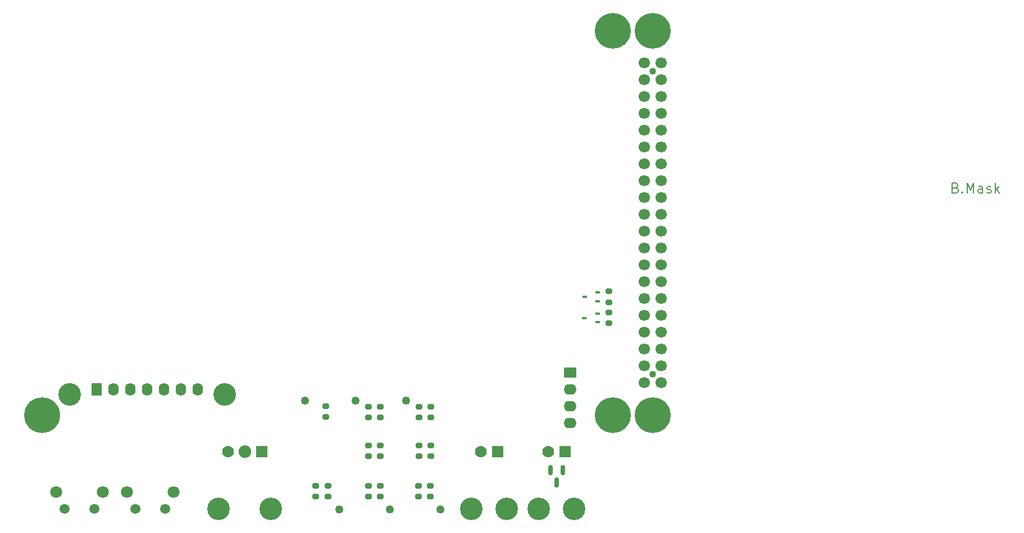
<source format=gbr>
%TF.GenerationSoftware,KiCad,Pcbnew,7.0.9-7.0.9~ubuntu22.04.1*%
%TF.CreationDate,2023-12-22T21:08:25-08:00*%
%TF.ProjectId,NX-IndicatorBoard,4e582d49-6e64-4696-9361-746f72426f61,1*%
%TF.SameCoordinates,Original*%
%TF.FileFunction,Soldermask,Bot*%
%TF.FilePolarity,Negative*%
%FSLAX46Y46*%
G04 Gerber Fmt 4.6, Leading zero omitted, Abs format (unit mm)*
G04 Created by KiCad (PCBNEW 7.0.9-7.0.9~ubuntu22.04.1) date 2023-12-22 21:08:25*
%MOMM*%
%LPD*%
G01*
G04 APERTURE LIST*
G04 Aperture macros list*
%AMRoundRect*
0 Rectangle with rounded corners*
0 $1 Rounding radius*
0 $2 $3 $4 $5 $6 $7 $8 $9 X,Y pos of 4 corners*
0 Add a 4 corners polygon primitive as box body*
4,1,4,$2,$3,$4,$5,$6,$7,$8,$9,$2,$3,0*
0 Add four circle primitives for the rounded corners*
1,1,$1+$1,$2,$3*
1,1,$1+$1,$4,$5*
1,1,$1+$1,$6,$7*
1,1,$1+$1,$8,$9*
0 Add four rect primitives between the rounded corners*
20,1,$1+$1,$2,$3,$4,$5,0*
20,1,$1+$1,$4,$5,$6,$7,0*
20,1,$1+$1,$6,$7,$8,$9,0*
20,1,$1+$1,$8,$9,$2,$3,0*%
G04 Aperture macros list end*
%ADD10C,0.187500*%
%ADD11C,1.250000*%
%ADD12C,3.400000*%
%ADD13R,1.778000X1.778000*%
%ADD14C,1.905000*%
%ADD15C,1.778000*%
%ADD16C,1.020000*%
%ADD17C,1.700000*%
%ADD18C,1.498600*%
%ADD19C,1.803400*%
%ADD20C,5.400000*%
%ADD21C,3.403600*%
%ADD22R,1.600200X1.905000*%
%ADD23O,1.600200X1.905000*%
%ADD24R,1.905000X1.600200*%
%ADD25O,1.905000X1.600200*%
%ADD26RoundRect,0.200000X-0.275000X0.200000X-0.275000X-0.200000X0.275000X-0.200000X0.275000X0.200000X0*%
%ADD27RoundRect,0.200000X0.275000X-0.200000X0.275000X0.200000X-0.275000X0.200000X-0.275000X-0.200000X0*%
%ADD28R,0.700000X0.450000*%
%ADD29RoundRect,0.150000X-0.150000X0.587500X-0.150000X-0.587500X0.150000X-0.587500X0.150000X0.587500X0*%
G04 APERTURE END LIST*
D10*
X203672497Y-74712964D02*
X203886783Y-74784392D01*
X203886783Y-74784392D02*
X203958212Y-74855821D01*
X203958212Y-74855821D02*
X204029640Y-74998678D01*
X204029640Y-74998678D02*
X204029640Y-75212964D01*
X204029640Y-75212964D02*
X203958212Y-75355821D01*
X203958212Y-75355821D02*
X203886783Y-75427250D01*
X203886783Y-75427250D02*
X203743926Y-75498678D01*
X203743926Y-75498678D02*
X203172497Y-75498678D01*
X203172497Y-75498678D02*
X203172497Y-73998678D01*
X203172497Y-73998678D02*
X203672497Y-73998678D01*
X203672497Y-73998678D02*
X203815355Y-74070107D01*
X203815355Y-74070107D02*
X203886783Y-74141535D01*
X203886783Y-74141535D02*
X203958212Y-74284392D01*
X203958212Y-74284392D02*
X203958212Y-74427250D01*
X203958212Y-74427250D02*
X203886783Y-74570107D01*
X203886783Y-74570107D02*
X203815355Y-74641535D01*
X203815355Y-74641535D02*
X203672497Y-74712964D01*
X203672497Y-74712964D02*
X203172497Y-74712964D01*
X204672497Y-75355821D02*
X204743926Y-75427250D01*
X204743926Y-75427250D02*
X204672497Y-75498678D01*
X204672497Y-75498678D02*
X204601069Y-75427250D01*
X204601069Y-75427250D02*
X204672497Y-75355821D01*
X204672497Y-75355821D02*
X204672497Y-75498678D01*
X205386783Y-75498678D02*
X205386783Y-73998678D01*
X205386783Y-73998678D02*
X205886783Y-75070107D01*
X205886783Y-75070107D02*
X206386783Y-73998678D01*
X206386783Y-73998678D02*
X206386783Y-75498678D01*
X207743927Y-75498678D02*
X207743927Y-74712964D01*
X207743927Y-74712964D02*
X207672498Y-74570107D01*
X207672498Y-74570107D02*
X207529641Y-74498678D01*
X207529641Y-74498678D02*
X207243927Y-74498678D01*
X207243927Y-74498678D02*
X207101069Y-74570107D01*
X207743927Y-75427250D02*
X207601069Y-75498678D01*
X207601069Y-75498678D02*
X207243927Y-75498678D01*
X207243927Y-75498678D02*
X207101069Y-75427250D01*
X207101069Y-75427250D02*
X207029641Y-75284392D01*
X207029641Y-75284392D02*
X207029641Y-75141535D01*
X207029641Y-75141535D02*
X207101069Y-74998678D01*
X207101069Y-74998678D02*
X207243927Y-74927250D01*
X207243927Y-74927250D02*
X207601069Y-74927250D01*
X207601069Y-74927250D02*
X207743927Y-74855821D01*
X208386784Y-75427250D02*
X208529641Y-75498678D01*
X208529641Y-75498678D02*
X208815355Y-75498678D01*
X208815355Y-75498678D02*
X208958212Y-75427250D01*
X208958212Y-75427250D02*
X209029641Y-75284392D01*
X209029641Y-75284392D02*
X209029641Y-75212964D01*
X209029641Y-75212964D02*
X208958212Y-75070107D01*
X208958212Y-75070107D02*
X208815355Y-74998678D01*
X208815355Y-74998678D02*
X208601070Y-74998678D01*
X208601070Y-74998678D02*
X208458212Y-74927250D01*
X208458212Y-74927250D02*
X208386784Y-74784392D01*
X208386784Y-74784392D02*
X208386784Y-74712964D01*
X208386784Y-74712964D02*
X208458212Y-74570107D01*
X208458212Y-74570107D02*
X208601070Y-74498678D01*
X208601070Y-74498678D02*
X208815355Y-74498678D01*
X208815355Y-74498678D02*
X208958212Y-74570107D01*
X209672498Y-75498678D02*
X209672498Y-73998678D01*
X209815356Y-74927250D02*
X210243927Y-75498678D01*
X210243927Y-74498678D02*
X209672498Y-75070107D01*
D11*
%TO.C,LP1*%
X110804000Y-123262000D03*
X105604000Y-106862000D03*
%TD*%
D12*
%TO.C,J4*%
X100460000Y-123194000D03*
X92580000Y-123194000D03*
D13*
X99060000Y-114554000D03*
D14*
X96520000Y-114554000D03*
D15*
X93980000Y-114554000D03*
%TD*%
D16*
%TO.C,J2*%
X158000000Y-102860000D03*
X158000000Y-57140000D03*
D17*
X159270000Y-104130000D03*
X156730000Y-104130000D03*
X159270000Y-101590000D03*
X156730000Y-101590000D03*
X159270000Y-99050000D03*
X156730000Y-99050000D03*
X159270000Y-96510000D03*
X156730000Y-96510000D03*
X159270000Y-93970000D03*
X156730000Y-93970000D03*
X159270000Y-91430000D03*
X156730000Y-91430000D03*
X159270000Y-88890000D03*
X156730000Y-88890000D03*
X159270000Y-86350000D03*
X156730000Y-86350000D03*
X159270000Y-83810000D03*
X156730000Y-83810000D03*
X159270000Y-81270000D03*
X156730000Y-81270000D03*
X159270000Y-78730000D03*
X156730000Y-78730000D03*
X159270000Y-76190000D03*
X156730000Y-76190000D03*
X159270000Y-73650000D03*
X156730000Y-73650000D03*
X159270000Y-71110000D03*
X156730000Y-71110000D03*
X159270000Y-68570000D03*
X156730000Y-68570000D03*
X159270000Y-66030000D03*
X156730000Y-66030000D03*
X159270000Y-63490000D03*
X156730000Y-63490000D03*
X159270000Y-60950000D03*
X156730000Y-60950000D03*
X159270000Y-58410000D03*
X156730000Y-58410000D03*
X159270000Y-55870000D03*
X156730000Y-55870000D03*
%TD*%
D18*
%TO.C,SW1*%
X69378000Y-123170450D03*
X73878001Y-123170450D03*
D19*
X68128001Y-120670574D03*
X75128000Y-120670574D03*
%TD*%
D11*
%TO.C,LP2*%
X118424000Y-123262000D03*
X113224000Y-106862000D03*
%TD*%
D20*
%TO.C,H2*%
X158000000Y-51000000D03*
%TD*%
D11*
%TO.C,LP3*%
X126044000Y-123262000D03*
X120844000Y-106862000D03*
%TD*%
D20*
%TO.C,H1*%
X152000000Y-51000000D03*
%TD*%
%TO.C,H4*%
X152000000Y-109000000D03*
%TD*%
D21*
%TO.C,J3*%
X93456000Y-105918000D03*
X70088000Y-105918000D03*
D22*
X74152000Y-105156000D03*
D23*
X76692000Y-105156000D03*
X79232000Y-105156000D03*
X81772000Y-105156000D03*
X84312000Y-105156000D03*
X86852000Y-105156000D03*
X89392000Y-105156000D03*
%TD*%
D20*
%TO.C,H3*%
X66000000Y-109000000D03*
%TD*%
%TO.C,H5*%
X158000000Y-109000000D03*
%TD*%
D12*
%TO.C,J5*%
X136020000Y-123194000D03*
X130680000Y-123194000D03*
D13*
X134620000Y-114554000D03*
D15*
X132080000Y-114554000D03*
%TD*%
D24*
%TO.C,J1*%
X145542000Y-102616000D03*
D25*
X145542000Y-105156000D03*
X145542000Y-107696000D03*
X145542000Y-110236000D03*
%TD*%
D18*
%TO.C,SW2*%
X80046000Y-123170450D03*
X84546001Y-123170450D03*
D19*
X78796001Y-120670574D03*
X85796000Y-120670574D03*
%TD*%
D12*
%TO.C,J6*%
X146180000Y-123194000D03*
X140840000Y-123194000D03*
D13*
X144780000Y-114554000D03*
D15*
X142240000Y-114554000D03*
%TD*%
D26*
%TO.C,R18*%
X115189000Y-107760000D03*
X115189000Y-109410000D03*
%TD*%
%TO.C,R15*%
X124587000Y-107760000D03*
X124587000Y-109410000D03*
%TD*%
D27*
%TO.C,R13*%
X151400000Y-91996000D03*
X151400000Y-90346000D03*
%TD*%
D26*
%TO.C,R21*%
X122809000Y-113602000D03*
X122809000Y-115252000D03*
%TD*%
%TO.C,R19*%
X108712000Y-107633000D03*
X108712000Y-109283000D03*
%TD*%
%TO.C,R23*%
X115189000Y-113602000D03*
X115189000Y-115252000D03*
%TD*%
%TO.C,R28*%
X109093000Y-119698000D03*
X109093000Y-121348000D03*
%TD*%
%TO.C,R20*%
X124587000Y-113602000D03*
X124587000Y-115252000D03*
%TD*%
%TO.C,R29*%
X107188000Y-119698000D03*
X107188000Y-121348000D03*
%TD*%
D28*
%TO.C,Q13*%
X149733000Y-90521000D03*
X149733000Y-91821000D03*
X147733000Y-91171000D03*
%TD*%
D26*
%TO.C,R26*%
X116967000Y-119698000D03*
X116967000Y-121348000D03*
%TD*%
%TO.C,R24*%
X124460000Y-119698000D03*
X124460000Y-121348000D03*
%TD*%
%TO.C,R17*%
X116967000Y-107760000D03*
X116967000Y-109410000D03*
%TD*%
%TO.C,R16*%
X122809000Y-107760000D03*
X122809000Y-109410000D03*
%TD*%
D28*
%TO.C,Q14*%
X149717000Y-93711000D03*
X149717000Y-95011000D03*
X147717000Y-94361000D03*
%TD*%
D26*
%TO.C,R25*%
X122682000Y-119698000D03*
X122682000Y-121348000D03*
%TD*%
%TO.C,R27*%
X115189000Y-119698000D03*
X115189000Y-121348000D03*
%TD*%
D29*
%TO.C,D10*%
X142560000Y-117299500D03*
X144460000Y-117299500D03*
X143510000Y-119174500D03*
%TD*%
D26*
%TO.C,R22*%
X116967000Y-113602000D03*
X116967000Y-115252000D03*
%TD*%
D27*
%TO.C,R14*%
X151384000Y-95186000D03*
X151384000Y-93536000D03*
%TD*%
M02*

</source>
